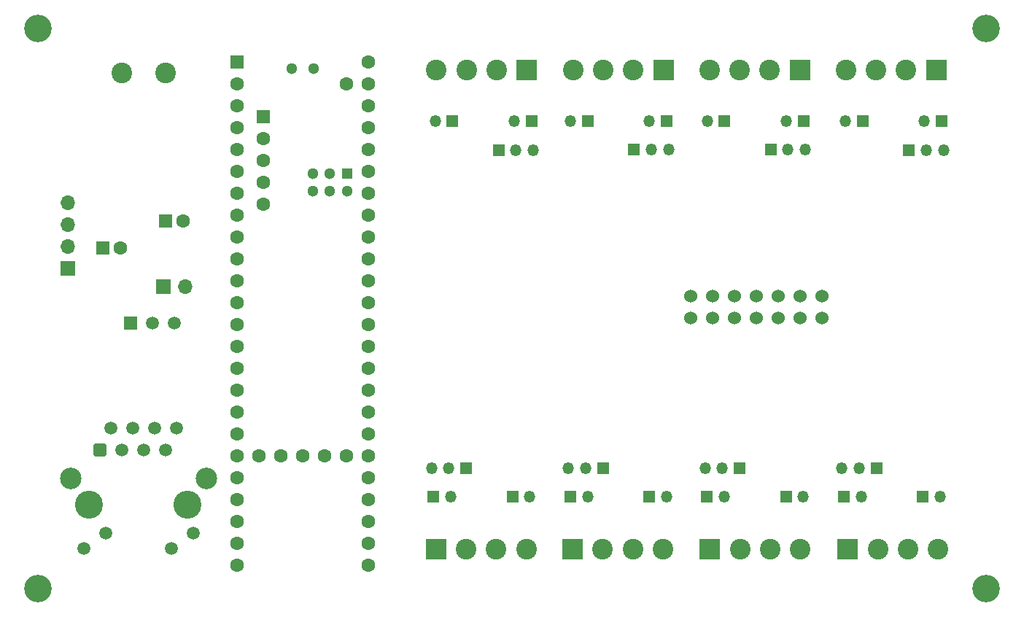
<source format=gbr>
%TF.GenerationSoftware,KiCad,Pcbnew,7.0.6*%
%TF.CreationDate,2023-07-11T08:11:05-07:00*%
%TF.ProjectId,Thermo-RTD-8-v1_5,54686572-6d6f-42d5-9254-442d382d7631,rev?*%
%TF.SameCoordinates,Original*%
%TF.FileFunction,Soldermask,Bot*%
%TF.FilePolarity,Negative*%
%FSLAX46Y46*%
G04 Gerber Fmt 4.6, Leading zero omitted, Abs format (unit mm)*
G04 Created by KiCad (PCBNEW 7.0.6) date 2023-07-11 08:11:05*
%MOMM*%
%LPD*%
G01*
G04 APERTURE LIST*
G04 Aperture macros list*
%AMRoundRect*
0 Rectangle with rounded corners*
0 $1 Rounding radius*
0 $2 $3 $4 $5 $6 $7 $8 $9 X,Y pos of 4 corners*
0 Add a 4 corners polygon primitive as box body*
4,1,4,$2,$3,$4,$5,$6,$7,$8,$9,$2,$3,0*
0 Add four circle primitives for the rounded corners*
1,1,$1+$1,$2,$3*
1,1,$1+$1,$4,$5*
1,1,$1+$1,$6,$7*
1,1,$1+$1,$8,$9*
0 Add four rect primitives between the rounded corners*
20,1,$1+$1,$2,$3,$4,$5,0*
20,1,$1+$1,$4,$5,$6,$7,0*
20,1,$1+$1,$6,$7,$8,$9,0*
20,1,$1+$1,$8,$9,$2,$3,0*%
G04 Aperture macros list end*
%ADD10O,1.350000X1.350000*%
%ADD11R,1.350000X1.350000*%
%ADD12C,2.400000*%
%ADD13R,2.400000X2.400000*%
%ADD14C,3.200000*%
%ADD15O,1.700000X1.700000*%
%ADD16R,1.700000X1.700000*%
%ADD17C,1.600000*%
%ADD18R,1.600000X1.600000*%
%ADD19C,1.524000*%
%ADD20C,1.300000*%
%ADD21R,1.300000X1.300000*%
%ADD22C,2.500000*%
%ADD23C,1.500000*%
%ADD24RoundRect,0.250500X-0.499500X-0.499500X0.499500X-0.499500X0.499500X0.499500X-0.499500X0.499500X0*%
%ADD25C,3.250000*%
%ADD26R,1.500000X1.500000*%
G04 APERTURE END LIST*
D10*
%TO.C,JP903*%
X98025000Y13125000D03*
D11*
X96025000Y13125000D03*
%TD*%
D10*
%TO.C,JP703*%
X66275000Y13125000D03*
D11*
X64275000Y13125000D03*
%TD*%
D10*
%TO.C,JP301*%
X91550000Y53487500D03*
X89550000Y53487500D03*
D11*
X87550000Y53487500D03*
%TD*%
D12*
%TO.C,J701*%
X75044000Y7090000D03*
X71544000Y7090000D03*
X68044000Y7090000D03*
D13*
X64544000Y7090000D03*
%TD*%
D12*
%TO.C,J201*%
X48740000Y62716000D03*
X52240000Y62716000D03*
X55740000Y62716000D03*
D13*
X59240000Y62716000D03*
%TD*%
D10*
%TO.C,JP502*%
X96215000Y56742500D03*
D11*
X98215000Y56742500D03*
%TD*%
D10*
%TO.C,JP303*%
X89330000Y56807500D03*
D11*
X91330000Y56807500D03*
%TD*%
D14*
%TO.C,H103*%
X112500000Y2500000D03*
%TD*%
D12*
%TO.C,J901*%
X106992000Y7090000D03*
X103492000Y7090000D03*
X99992000Y7090000D03*
D13*
X96492000Y7090000D03*
%TD*%
D14*
%TO.C,H101*%
X2500000Y67500000D03*
%TD*%
D12*
%TO.C,J102*%
X17315000Y62385000D03*
X12235000Y62385000D03*
%TD*%
D10*
%TO.C,JP403*%
X73455000Y56807500D03*
D11*
X75455000Y56807500D03*
%TD*%
D10*
%TO.C,JP802*%
X91310000Y13125000D03*
D11*
X89310000Y13125000D03*
%TD*%
D12*
%TO.C,J301*%
X80434000Y62716000D03*
X83934000Y62716000D03*
X87434000Y62716000D03*
D13*
X90934000Y62716000D03*
%TD*%
D15*
%TO.C,JP101*%
X19540000Y37570000D03*
D16*
X17000000Y37570000D03*
%TD*%
D12*
%TO.C,J401*%
X64600000Y62716000D03*
X68100000Y62716000D03*
X71600000Y62716000D03*
D13*
X75100000Y62716000D03*
%TD*%
D14*
%TO.C,H102*%
X112500000Y67500000D03*
%TD*%
D10*
%TO.C,JP501*%
X107595000Y53422500D03*
X105595000Y53422500D03*
D11*
X103595000Y53422500D03*
%TD*%
D10*
%TO.C,JP803*%
X82150000Y13125000D03*
D11*
X80150000Y13125000D03*
%TD*%
D17*
%TO.C,C101*%
X12009900Y42015000D03*
D18*
X10009900Y42015000D03*
%TD*%
D10*
%TO.C,JP701*%
X64055000Y16445000D03*
X66055000Y16445000D03*
D11*
X68055000Y16445000D03*
%TD*%
D19*
%TO.C,ILI9341TFT101*%
X93515000Y33887000D03*
X90975000Y33887000D03*
X88435000Y33887000D03*
X85895000Y33887000D03*
X83355000Y33887000D03*
X80815000Y33887000D03*
X78275000Y33887000D03*
X78275000Y36427000D03*
X80815000Y36427000D03*
X83355000Y36427000D03*
X85895000Y36427000D03*
X88435000Y36427000D03*
X90975000Y36427000D03*
X93515000Y36427000D03*
%TD*%
D20*
%TO.C,MCU101*%
X31920000Y62875000D03*
X34460000Y62875000D03*
X38371600Y48635000D03*
X36371600Y48635000D03*
X34371600Y48635000D03*
X34371600Y50635000D03*
X36371600Y50635000D03*
D21*
X38371600Y50635000D03*
D17*
X28620800Y47145800D03*
X28620800Y49685800D03*
X28620800Y52225800D03*
X28620800Y54765800D03*
D18*
X28620800Y57305800D03*
D17*
X38270000Y17885000D03*
X35730000Y17885000D03*
X33190000Y17885000D03*
X30650000Y17885000D03*
X28110000Y17885000D03*
X38270000Y61065000D03*
X40810000Y63605000D03*
X40810000Y61065000D03*
X40810000Y58525000D03*
X40810000Y55985000D03*
X40810000Y53445000D03*
X40810000Y50905000D03*
X40810000Y48365000D03*
X40810000Y45825000D03*
X40810000Y43285000D03*
X40810000Y40745000D03*
X40810000Y38205000D03*
X40810000Y35665000D03*
X40810000Y33125000D03*
X40810000Y30585000D03*
X40810000Y28045000D03*
X40810000Y25505000D03*
X40810000Y22965000D03*
X40810000Y20425000D03*
X40810000Y17885000D03*
X40810000Y15345000D03*
X40810000Y12805000D03*
X40810000Y10265000D03*
X40810000Y7725000D03*
X40810000Y5185000D03*
X25570000Y5185000D03*
X25570000Y7725000D03*
X25570000Y10265000D03*
X25570000Y12805000D03*
X25570000Y15345000D03*
X25570000Y17885000D03*
X25570000Y20425000D03*
X25570000Y22965000D03*
X25570000Y25505000D03*
X25570000Y28045000D03*
X25570000Y30585000D03*
X25570000Y33125000D03*
X25570000Y35665000D03*
X25570000Y38205000D03*
X25570000Y40745000D03*
X25570000Y43285000D03*
X25570000Y45825000D03*
X25570000Y48365000D03*
X25570000Y50905000D03*
X25570000Y53445000D03*
X25570000Y55985000D03*
X25570000Y58525000D03*
X25570000Y61065000D03*
D18*
X25570000Y63605000D03*
%TD*%
D10*
%TO.C,JP202*%
X48590000Y56742500D03*
D11*
X50590000Y56742500D03*
%TD*%
D10*
%TO.C,JP401*%
X75675000Y53487500D03*
X73675000Y53487500D03*
D11*
X71675000Y53487500D03*
%TD*%
D10*
%TO.C,JP503*%
X105375000Y56742500D03*
D11*
X107375000Y56742500D03*
%TD*%
D10*
%TO.C,JP402*%
X64295000Y56807500D03*
D11*
X66295000Y56807500D03*
%TD*%
D10*
%TO.C,JP302*%
X80170000Y56807500D03*
D11*
X82170000Y56807500D03*
%TD*%
D10*
%TO.C,JP702*%
X75435000Y13125000D03*
D11*
X73435000Y13125000D03*
%TD*%
D12*
%TO.C,J601*%
X59169000Y7090000D03*
X55669000Y7090000D03*
X52169000Y7090000D03*
D13*
X48669000Y7090000D03*
%TD*%
D10*
%TO.C,JP902*%
X107185000Y13125000D03*
D11*
X105185000Y13125000D03*
%TD*%
D12*
%TO.C,J801*%
X90990000Y7090000D03*
X87490000Y7090000D03*
X83990000Y7090000D03*
D13*
X80490000Y7090000D03*
%TD*%
D10*
%TO.C,JP603*%
X50400000Y13125000D03*
D11*
X48400000Y13125000D03*
%TD*%
D22*
%TO.C,Teensy_Ethernet101*%
X22015000Y15320000D03*
X6265000Y15320000D03*
D23*
X20465000Y8890000D03*
X17925000Y7190000D03*
X10355000Y8890000D03*
X7815000Y7190000D03*
X18585000Y21160000D03*
X17315000Y18620000D03*
X16045000Y21160000D03*
X14775000Y18620000D03*
X13505000Y21160000D03*
X12235000Y18620000D03*
X10965000Y21160000D03*
D24*
X9695000Y18620000D03*
D25*
X19855000Y12270000D03*
X8425000Y12270000D03*
%TD*%
D12*
%TO.C,J501*%
X96266000Y62716000D03*
X99766000Y62716000D03*
X103266000Y62716000D03*
D13*
X106766000Y62716000D03*
%TD*%
D10*
%TO.C,JP602*%
X59560000Y13125000D03*
D11*
X57560000Y13125000D03*
%TD*%
D10*
%TO.C,JP901*%
X95805000Y16445000D03*
X97805000Y16445000D03*
D11*
X99805000Y16445000D03*
%TD*%
D10*
%TO.C,JP801*%
X79930000Y16445000D03*
X81930000Y16445000D03*
D11*
X83930000Y16445000D03*
%TD*%
D23*
%TO.C,U101*%
X18275000Y33280000D03*
X15735000Y33280000D03*
D26*
X13195000Y33280000D03*
%TD*%
D10*
%TO.C,JP201*%
X59970000Y53422500D03*
X57970000Y53422500D03*
D11*
X55970000Y53422500D03*
%TD*%
D14*
%TO.C,H104*%
X2500000Y2500000D03*
%TD*%
D17*
%TO.C,C102*%
X19319900Y45190000D03*
D18*
X17319900Y45190000D03*
%TD*%
D10*
%TO.C,JP203*%
X57750000Y56742500D03*
D11*
X59750000Y56742500D03*
%TD*%
D15*
%TO.C,J101*%
X5975000Y47320000D03*
X5975000Y44780000D03*
X5975000Y42240000D03*
D16*
X5975000Y39700000D03*
%TD*%
D10*
%TO.C,JP601*%
X48180000Y16445000D03*
X50180000Y16445000D03*
D11*
X52180000Y16445000D03*
%TD*%
M02*

</source>
